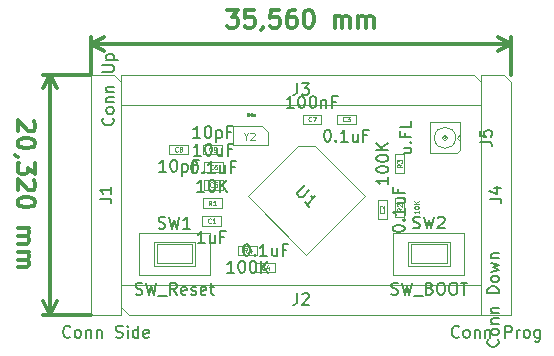
<source format=gbr>
G04 #@! TF.GenerationSoftware,KiCad,Pcbnew,5.0.0-rc2-unknown-a288d61~65~ubuntu18.04.1*
G04 #@! TF.CreationDate,2018-06-25T10:32:51+02:00*
G04 #@! TF.ProjectId,STM32_Sensor_V4,53544D33325F53656E736F725F56342E,rev?*
G04 #@! TF.SameCoordinates,Original*
G04 #@! TF.FileFunction,Other,Fab,Top*
%FSLAX46Y46*%
G04 Gerber Fmt 4.6, Leading zero omitted, Abs format (unit mm)*
G04 Created by KiCad (PCBNEW 5.0.0-rc2-unknown-a288d61~65~ubuntu18.04.1) date Mon Jun 25 10:32:51 2018*
%MOMM*%
%LPD*%
G01*
G04 APERTURE LIST*
%ADD10C,0.300000*%
%ADD11C,0.100000*%
%ADD12C,0.150000*%
%ADD13C,0.060000*%
%ADD14C,0.030000*%
%ADD15C,0.080000*%
G04 APERTURE END LIST*
D10*
X122018571Y-94365714D02*
X122090000Y-94437142D01*
X122161428Y-94580000D01*
X122161428Y-94937142D01*
X122090000Y-95080000D01*
X122018571Y-95151428D01*
X121875714Y-95222857D01*
X121732857Y-95222857D01*
X121518571Y-95151428D01*
X120661428Y-94294285D01*
X120661428Y-95222857D01*
X122161428Y-96151428D02*
X122161428Y-96294285D01*
X122090000Y-96437142D01*
X122018571Y-96508571D01*
X121875714Y-96580000D01*
X121590000Y-96651428D01*
X121232857Y-96651428D01*
X120947142Y-96580000D01*
X120804285Y-96508571D01*
X120732857Y-96437142D01*
X120661428Y-96294285D01*
X120661428Y-96151428D01*
X120732857Y-96008571D01*
X120804285Y-95937142D01*
X120947142Y-95865714D01*
X121232857Y-95794285D01*
X121590000Y-95794285D01*
X121875714Y-95865714D01*
X122018571Y-95937142D01*
X122090000Y-96008571D01*
X122161428Y-96151428D01*
X120732857Y-97365714D02*
X120661428Y-97365714D01*
X120518571Y-97294285D01*
X120447142Y-97222857D01*
X122161428Y-97865714D02*
X122161428Y-98794285D01*
X121590000Y-98294285D01*
X121590000Y-98508571D01*
X121518571Y-98651428D01*
X121447142Y-98722857D01*
X121304285Y-98794285D01*
X120947142Y-98794285D01*
X120804285Y-98722857D01*
X120732857Y-98651428D01*
X120661428Y-98508571D01*
X120661428Y-98080000D01*
X120732857Y-97937142D01*
X120804285Y-97865714D01*
X122018571Y-99365714D02*
X122090000Y-99437142D01*
X122161428Y-99580000D01*
X122161428Y-99937142D01*
X122090000Y-100080000D01*
X122018571Y-100151428D01*
X121875714Y-100222857D01*
X121732857Y-100222857D01*
X121518571Y-100151428D01*
X120661428Y-99294285D01*
X120661428Y-100222857D01*
X122161428Y-101151428D02*
X122161428Y-101294285D01*
X122090000Y-101437142D01*
X122018571Y-101508571D01*
X121875714Y-101580000D01*
X121590000Y-101651428D01*
X121232857Y-101651428D01*
X120947142Y-101580000D01*
X120804285Y-101508571D01*
X120732857Y-101437142D01*
X120661428Y-101294285D01*
X120661428Y-101151428D01*
X120732857Y-101008571D01*
X120804285Y-100937142D01*
X120947142Y-100865714D01*
X121232857Y-100794285D01*
X121590000Y-100794285D01*
X121875714Y-100865714D01*
X122018571Y-100937142D01*
X122090000Y-101008571D01*
X122161428Y-101151428D01*
X120661428Y-103437142D02*
X121661428Y-103437142D01*
X121518571Y-103437142D02*
X121590000Y-103508571D01*
X121661428Y-103651428D01*
X121661428Y-103865714D01*
X121590000Y-104008571D01*
X121447142Y-104080000D01*
X120661428Y-104080000D01*
X121447142Y-104080000D02*
X121590000Y-104151428D01*
X121661428Y-104294285D01*
X121661428Y-104508571D01*
X121590000Y-104651428D01*
X121447142Y-104722857D01*
X120661428Y-104722857D01*
X120661428Y-105437142D02*
X121661428Y-105437142D01*
X121518571Y-105437142D02*
X121590000Y-105508571D01*
X121661428Y-105651428D01*
X121661428Y-105865714D01*
X121590000Y-106008571D01*
X121447142Y-106080000D01*
X120661428Y-106080000D01*
X121447142Y-106080000D02*
X121590000Y-106151428D01*
X121661428Y-106294285D01*
X121661428Y-106508571D01*
X121590000Y-106651428D01*
X121447142Y-106722857D01*
X120661428Y-106722857D01*
X123440000Y-90420000D02*
X123440000Y-110740000D01*
X126890000Y-90420000D02*
X122853579Y-90420000D01*
X126890000Y-110740000D02*
X122853579Y-110740000D01*
X123440000Y-110740000D02*
X122853579Y-109613496D01*
X123440000Y-110740000D02*
X124026421Y-109613496D01*
X123440000Y-90420000D02*
X122853579Y-91546504D01*
X123440000Y-90420000D02*
X124026421Y-91546504D01*
X138384285Y-84928572D02*
X139312857Y-84928572D01*
X138812857Y-85500001D01*
X139027142Y-85500001D01*
X139170000Y-85571429D01*
X139241428Y-85642858D01*
X139312857Y-85785715D01*
X139312857Y-86142858D01*
X139241428Y-86285715D01*
X139170000Y-86357143D01*
X139027142Y-86428572D01*
X138598571Y-86428572D01*
X138455714Y-86357143D01*
X138384285Y-86285715D01*
X140670000Y-84928572D02*
X139955714Y-84928572D01*
X139884285Y-85642858D01*
X139955714Y-85571429D01*
X140098571Y-85500001D01*
X140455714Y-85500001D01*
X140598571Y-85571429D01*
X140670000Y-85642858D01*
X140741428Y-85785715D01*
X140741428Y-86142858D01*
X140670000Y-86285715D01*
X140598571Y-86357143D01*
X140455714Y-86428572D01*
X140098571Y-86428572D01*
X139955714Y-86357143D01*
X139884285Y-86285715D01*
X141455714Y-86357143D02*
X141455714Y-86428572D01*
X141384285Y-86571429D01*
X141312857Y-86642858D01*
X142812857Y-84928572D02*
X142098571Y-84928572D01*
X142027142Y-85642858D01*
X142098571Y-85571429D01*
X142241428Y-85500001D01*
X142598571Y-85500001D01*
X142741428Y-85571429D01*
X142812857Y-85642858D01*
X142884285Y-85785715D01*
X142884285Y-86142858D01*
X142812857Y-86285715D01*
X142741428Y-86357143D01*
X142598571Y-86428572D01*
X142241428Y-86428572D01*
X142098571Y-86357143D01*
X142027142Y-86285715D01*
X144170000Y-84928572D02*
X143884285Y-84928572D01*
X143741428Y-85000001D01*
X143670000Y-85071429D01*
X143527142Y-85285715D01*
X143455714Y-85571429D01*
X143455714Y-86142858D01*
X143527142Y-86285715D01*
X143598571Y-86357143D01*
X143741428Y-86428572D01*
X144027142Y-86428572D01*
X144170000Y-86357143D01*
X144241428Y-86285715D01*
X144312857Y-86142858D01*
X144312857Y-85785715D01*
X144241428Y-85642858D01*
X144170000Y-85571429D01*
X144027142Y-85500001D01*
X143741428Y-85500001D01*
X143598571Y-85571429D01*
X143527142Y-85642858D01*
X143455714Y-85785715D01*
X145241428Y-84928572D02*
X145384285Y-84928572D01*
X145527142Y-85000001D01*
X145598571Y-85071429D01*
X145670000Y-85214286D01*
X145741428Y-85500001D01*
X145741428Y-85857143D01*
X145670000Y-86142858D01*
X145598571Y-86285715D01*
X145527142Y-86357143D01*
X145384285Y-86428572D01*
X145241428Y-86428572D01*
X145098571Y-86357143D01*
X145027142Y-86285715D01*
X144955714Y-86142858D01*
X144884285Y-85857143D01*
X144884285Y-85500001D01*
X144955714Y-85214286D01*
X145027142Y-85071429D01*
X145098571Y-85000001D01*
X145241428Y-84928572D01*
X147527142Y-86428572D02*
X147527142Y-85428572D01*
X147527142Y-85571429D02*
X147598571Y-85500001D01*
X147741428Y-85428572D01*
X147955714Y-85428572D01*
X148098571Y-85500001D01*
X148170000Y-85642858D01*
X148170000Y-86428572D01*
X148170000Y-85642858D02*
X148241428Y-85500001D01*
X148384285Y-85428572D01*
X148598571Y-85428572D01*
X148741428Y-85500001D01*
X148812857Y-85642858D01*
X148812857Y-86428572D01*
X149527142Y-86428572D02*
X149527142Y-85428572D01*
X149527142Y-85571429D02*
X149598571Y-85500001D01*
X149741428Y-85428572D01*
X149955714Y-85428572D01*
X150098571Y-85500001D01*
X150170000Y-85642858D01*
X150170000Y-86428572D01*
X150170000Y-85642858D02*
X150241428Y-85500001D01*
X150384285Y-85428572D01*
X150598571Y-85428572D01*
X150741428Y-85500001D01*
X150812857Y-85642858D01*
X150812857Y-86428572D01*
X126890000Y-87850001D02*
X162450000Y-87850001D01*
X126890000Y-90420000D02*
X126890000Y-87263580D01*
X162450000Y-90420000D02*
X162450000Y-87263580D01*
X162450000Y-87850001D02*
X161323496Y-88436422D01*
X162450000Y-87850001D02*
X161323496Y-87263580D01*
X126890000Y-87850001D02*
X128016504Y-88436422D01*
X126890000Y-87850001D02*
X128016504Y-87263580D01*
D11*
G04 #@! TO.C,J1*
X126890000Y-110740000D02*
X126890000Y-90420000D01*
X129430000Y-110740000D02*
X126890000Y-110740000D01*
X129430000Y-91055000D02*
X129430000Y-110740000D01*
X128795000Y-90420000D02*
X129430000Y-91055000D01*
X126890000Y-90420000D02*
X128795000Y-90420000D01*
G04 #@! TO.C,J4*
X159910000Y-110740000D02*
X159910000Y-90420000D01*
X162450000Y-110740000D02*
X159910000Y-110740000D01*
X162450000Y-91055000D02*
X162450000Y-110740000D01*
X161815000Y-90420000D02*
X162450000Y-91055000D01*
X159910000Y-90420000D02*
X161815000Y-90420000D01*
G04 #@! TO.C,J2*
X129430000Y-110105000D02*
X129430000Y-108200000D01*
X129430000Y-108200000D02*
X159910000Y-108200000D01*
X159910000Y-108200000D02*
X159910000Y-110740000D01*
X159910000Y-110740000D02*
X130065000Y-110740000D01*
X130065000Y-110740000D02*
X129430000Y-110105000D01*
G04 #@! TO.C,J3*
X159910000Y-91055000D02*
X159910000Y-92960000D01*
X159910000Y-92960000D02*
X129430000Y-92960000D01*
X129430000Y-92960000D02*
X129430000Y-90420000D01*
X129430000Y-90420000D02*
X159275000Y-90420000D01*
X159275000Y-90420000D02*
X159910000Y-91055000D01*
G04 #@! TO.C,SW1*
X136940000Y-103800000D02*
X136940000Y-107400000D01*
X130940000Y-103800000D02*
X130940000Y-107400000D01*
X130940000Y-103800000D02*
X136940000Y-103800000D01*
X130940000Y-107400000D02*
X136940000Y-107400000D01*
X132440000Y-104800000D02*
X132440000Y-106400000D01*
X135440000Y-104800000D02*
X135440000Y-106400000D01*
X132440000Y-104800000D02*
X135440000Y-104800000D01*
X132440000Y-106400000D02*
X135440000Y-106400000D01*
X132190000Y-106600000D02*
X132190000Y-104600000D01*
X135690000Y-106600000D02*
X132190000Y-106600000D01*
X135690000Y-104600000D02*
X135690000Y-106600000D01*
X132190000Y-104600000D02*
X135690000Y-104600000D01*
G04 #@! TO.C,C1*
X136300000Y-103200000D02*
X136300000Y-102400000D01*
X136300000Y-102400000D02*
X137900000Y-102400000D01*
X137900000Y-102400000D02*
X137900000Y-103200000D01*
X137900000Y-103200000D02*
X136300000Y-103200000D01*
G04 #@! TO.C,C2*
X151950000Y-101050000D02*
X151950000Y-102650000D01*
X151150000Y-101050000D02*
X151950000Y-101050000D01*
X151150000Y-102650000D02*
X151150000Y-101050000D01*
X151950000Y-102650000D02*
X151150000Y-102650000D01*
G04 #@! TO.C,C3*
X147700000Y-94600000D02*
X147700000Y-93800000D01*
X147700000Y-93800000D02*
X149300000Y-93800000D01*
X149300000Y-93800000D02*
X149300000Y-94600000D01*
X149300000Y-94600000D02*
X147700000Y-94600000D01*
G04 #@! TO.C,C4*
X140850000Y-106350000D02*
X142450000Y-106350000D01*
X140850000Y-107150000D02*
X140850000Y-106350000D01*
X142450000Y-107150000D02*
X140850000Y-107150000D01*
X142450000Y-106350000D02*
X142450000Y-107150000D01*
G04 #@! TO.C,C5*
X138050000Y-99350000D02*
X138050000Y-100150000D01*
X138050000Y-100150000D02*
X136450000Y-100150000D01*
X136450000Y-100150000D02*
X136450000Y-99350000D01*
X136450000Y-99350000D02*
X138050000Y-99350000D01*
G04 #@! TO.C,C6*
X138050000Y-97850000D02*
X138050000Y-98650000D01*
X138050000Y-98650000D02*
X136450000Y-98650000D01*
X136450000Y-98650000D02*
X136450000Y-97850000D01*
X136450000Y-97850000D02*
X138050000Y-97850000D01*
G04 #@! TO.C,C7*
X144800000Y-93800000D02*
X146400000Y-93800000D01*
X144800000Y-94600000D02*
X144800000Y-93800000D01*
X146400000Y-94600000D02*
X144800000Y-94600000D01*
X146400000Y-93800000D02*
X146400000Y-94600000D01*
G04 #@! TO.C,C8*
X133500000Y-97150000D02*
X133500000Y-96350000D01*
X133500000Y-96350000D02*
X135100000Y-96350000D01*
X135100000Y-96350000D02*
X135100000Y-97150000D01*
X135100000Y-97150000D02*
X133500000Y-97150000D01*
G04 #@! TO.C,C9*
X136400000Y-96350000D02*
X138000000Y-96350000D01*
X136400000Y-97150000D02*
X136400000Y-96350000D01*
X138000000Y-97150000D02*
X136400000Y-97150000D01*
X138000000Y-96350000D02*
X138000000Y-97150000D01*
G04 #@! TO.C,R1*
X137950000Y-100900000D02*
X137950000Y-101700000D01*
X137950000Y-101700000D02*
X136350000Y-101700000D01*
X136350000Y-101700000D02*
X136350000Y-100900000D01*
X136350000Y-100900000D02*
X137950000Y-100900000D01*
G04 #@! TO.C,R2*
X153425000Y-100850000D02*
X153425000Y-102450000D01*
X152625000Y-100850000D02*
X153425000Y-100850000D01*
X152625000Y-102450000D02*
X152625000Y-100850000D01*
X153425000Y-102450000D02*
X152625000Y-102450000D01*
G04 #@! TO.C,R3*
X152625000Y-98750000D02*
X152625000Y-97150000D01*
X153425000Y-98750000D02*
X152625000Y-98750000D01*
X153425000Y-97150000D02*
X153425000Y-98750000D01*
X152625000Y-97150000D02*
X153425000Y-97150000D01*
G04 #@! TO.C,R4*
X139350000Y-105700000D02*
X139350000Y-104900000D01*
X139350000Y-104900000D02*
X140950000Y-104900000D01*
X140950000Y-104900000D02*
X140950000Y-105700000D01*
X140950000Y-105700000D02*
X139350000Y-105700000D01*
G04 #@! TO.C,U1*
X145832107Y-96482359D02*
X150074747Y-100725000D01*
X150074747Y-100725000D02*
X145125000Y-105674747D01*
X145125000Y-105674747D02*
X140175253Y-100725000D01*
X140175253Y-100725000D02*
X144417893Y-96482359D01*
X144417893Y-96482359D02*
X145832107Y-96482359D01*
G04 #@! TO.C,J5*
X157860000Y-95770000D02*
X158160000Y-95470000D01*
X158160000Y-96070000D02*
X157860000Y-95770000D01*
X156910000Y-95770000D02*
G75*
G03X156910000Y-95770000I-50000J0D01*
G01*
X156985000Y-95770000D02*
G75*
G03X156985000Y-95770000I-125000J0D01*
G01*
X157760000Y-95770000D02*
G75*
G03X157760000Y-95770000I-900000J0D01*
G01*
X155560000Y-97070000D02*
X155560000Y-94470000D01*
X155560000Y-97070000D02*
X157860000Y-97070000D01*
X157860000Y-97070000D02*
X158160000Y-96770000D01*
X155560000Y-94470000D02*
X158160000Y-94470000D01*
X158160000Y-96770000D02*
X158160000Y-94470000D01*
X157060000Y-95770000D02*
G75*
G03X157060000Y-95770000I-200000J0D01*
G01*
G04 #@! TO.C,SW2*
X153740000Y-104590000D02*
X157240000Y-104590000D01*
X157240000Y-104590000D02*
X157240000Y-106590000D01*
X157240000Y-106590000D02*
X153740000Y-106590000D01*
X153740000Y-106590000D02*
X153740000Y-104590000D01*
X153990000Y-106390000D02*
X156990000Y-106390000D01*
X153990000Y-104790000D02*
X156990000Y-104790000D01*
X156990000Y-104790000D02*
X156990000Y-106390000D01*
X153990000Y-104790000D02*
X153990000Y-106390000D01*
X152490000Y-107390000D02*
X158490000Y-107390000D01*
X152490000Y-103790000D02*
X158490000Y-103790000D01*
X152490000Y-103790000D02*
X152490000Y-107390000D01*
X158490000Y-103790000D02*
X158490000Y-107390000D01*
G04 #@! TO.C,Y2*
X138900000Y-94800000D02*
X138900000Y-96400000D01*
X138900000Y-96400000D02*
X141900000Y-96400000D01*
X141400000Y-94800000D02*
X141900000Y-95300000D01*
X141400000Y-94800000D02*
X138900000Y-94800000D01*
X141900000Y-95300000D02*
X141900000Y-96400000D01*
G04 #@! TD*
G04 #@! TO.C,J1*
D12*
X125136190Y-112597142D02*
X125088571Y-112644761D01*
X124945714Y-112692380D01*
X124850476Y-112692380D01*
X124707619Y-112644761D01*
X124612380Y-112549523D01*
X124564761Y-112454285D01*
X124517142Y-112263809D01*
X124517142Y-112120952D01*
X124564761Y-111930476D01*
X124612380Y-111835238D01*
X124707619Y-111740000D01*
X124850476Y-111692380D01*
X124945714Y-111692380D01*
X125088571Y-111740000D01*
X125136190Y-111787619D01*
X125707619Y-112692380D02*
X125612380Y-112644761D01*
X125564761Y-112597142D01*
X125517142Y-112501904D01*
X125517142Y-112216190D01*
X125564761Y-112120952D01*
X125612380Y-112073333D01*
X125707619Y-112025714D01*
X125850476Y-112025714D01*
X125945714Y-112073333D01*
X125993333Y-112120952D01*
X126040952Y-112216190D01*
X126040952Y-112501904D01*
X125993333Y-112597142D01*
X125945714Y-112644761D01*
X125850476Y-112692380D01*
X125707619Y-112692380D01*
X126469523Y-112025714D02*
X126469523Y-112692380D01*
X126469523Y-112120952D02*
X126517142Y-112073333D01*
X126612380Y-112025714D01*
X126755238Y-112025714D01*
X126850476Y-112073333D01*
X126898095Y-112168571D01*
X126898095Y-112692380D01*
X127374285Y-112025714D02*
X127374285Y-112692380D01*
X127374285Y-112120952D02*
X127421904Y-112073333D01*
X127517142Y-112025714D01*
X127660000Y-112025714D01*
X127755238Y-112073333D01*
X127802857Y-112168571D01*
X127802857Y-112692380D01*
X128993333Y-112644761D02*
X129136190Y-112692380D01*
X129374285Y-112692380D01*
X129469523Y-112644761D01*
X129517142Y-112597142D01*
X129564761Y-112501904D01*
X129564761Y-112406666D01*
X129517142Y-112311428D01*
X129469523Y-112263809D01*
X129374285Y-112216190D01*
X129183809Y-112168571D01*
X129088571Y-112120952D01*
X129040952Y-112073333D01*
X128993333Y-111978095D01*
X128993333Y-111882857D01*
X129040952Y-111787619D01*
X129088571Y-111740000D01*
X129183809Y-111692380D01*
X129421904Y-111692380D01*
X129564761Y-111740000D01*
X129993333Y-112692380D02*
X129993333Y-112025714D01*
X129993333Y-111692380D02*
X129945714Y-111740000D01*
X129993333Y-111787619D01*
X130040952Y-111740000D01*
X129993333Y-111692380D01*
X129993333Y-111787619D01*
X130898095Y-112692380D02*
X130898095Y-111692380D01*
X130898095Y-112644761D02*
X130802857Y-112692380D01*
X130612380Y-112692380D01*
X130517142Y-112644761D01*
X130469523Y-112597142D01*
X130421904Y-112501904D01*
X130421904Y-112216190D01*
X130469523Y-112120952D01*
X130517142Y-112073333D01*
X130612380Y-112025714D01*
X130802857Y-112025714D01*
X130898095Y-112073333D01*
X131755238Y-112644761D02*
X131660000Y-112692380D01*
X131469523Y-112692380D01*
X131374285Y-112644761D01*
X131326666Y-112549523D01*
X131326666Y-112168571D01*
X131374285Y-112073333D01*
X131469523Y-112025714D01*
X131660000Y-112025714D01*
X131755238Y-112073333D01*
X131802857Y-112168571D01*
X131802857Y-112263809D01*
X131326666Y-112359047D01*
X127612380Y-100913333D02*
X128326666Y-100913333D01*
X128469523Y-100960952D01*
X128564761Y-101056190D01*
X128612380Y-101199047D01*
X128612380Y-101294285D01*
X128612380Y-99913333D02*
X128612380Y-100484761D01*
X128612380Y-100199047D02*
X127612380Y-100199047D01*
X127755238Y-100294285D01*
X127850476Y-100389523D01*
X127898095Y-100484761D01*
G04 #@! TO.C,J4*
X158037142Y-112597142D02*
X157989523Y-112644761D01*
X157846666Y-112692380D01*
X157751428Y-112692380D01*
X157608571Y-112644761D01*
X157513333Y-112549523D01*
X157465714Y-112454285D01*
X157418095Y-112263809D01*
X157418095Y-112120952D01*
X157465714Y-111930476D01*
X157513333Y-111835238D01*
X157608571Y-111740000D01*
X157751428Y-111692380D01*
X157846666Y-111692380D01*
X157989523Y-111740000D01*
X158037142Y-111787619D01*
X158608571Y-112692380D02*
X158513333Y-112644761D01*
X158465714Y-112597142D01*
X158418095Y-112501904D01*
X158418095Y-112216190D01*
X158465714Y-112120952D01*
X158513333Y-112073333D01*
X158608571Y-112025714D01*
X158751428Y-112025714D01*
X158846666Y-112073333D01*
X158894285Y-112120952D01*
X158941904Y-112216190D01*
X158941904Y-112501904D01*
X158894285Y-112597142D01*
X158846666Y-112644761D01*
X158751428Y-112692380D01*
X158608571Y-112692380D01*
X159370476Y-112025714D02*
X159370476Y-112692380D01*
X159370476Y-112120952D02*
X159418095Y-112073333D01*
X159513333Y-112025714D01*
X159656190Y-112025714D01*
X159751428Y-112073333D01*
X159799047Y-112168571D01*
X159799047Y-112692380D01*
X160275238Y-112025714D02*
X160275238Y-112692380D01*
X160275238Y-112120952D02*
X160322857Y-112073333D01*
X160418095Y-112025714D01*
X160560952Y-112025714D01*
X160656190Y-112073333D01*
X160703809Y-112168571D01*
X160703809Y-112692380D01*
X161941904Y-112692380D02*
X161941904Y-111692380D01*
X162322857Y-111692380D01*
X162418095Y-111740000D01*
X162465714Y-111787619D01*
X162513333Y-111882857D01*
X162513333Y-112025714D01*
X162465714Y-112120952D01*
X162418095Y-112168571D01*
X162322857Y-112216190D01*
X161941904Y-112216190D01*
X162941904Y-112692380D02*
X162941904Y-112025714D01*
X162941904Y-112216190D02*
X162989523Y-112120952D01*
X163037142Y-112073333D01*
X163132380Y-112025714D01*
X163227619Y-112025714D01*
X163703809Y-112692380D02*
X163608571Y-112644761D01*
X163560952Y-112597142D01*
X163513333Y-112501904D01*
X163513333Y-112216190D01*
X163560952Y-112120952D01*
X163608571Y-112073333D01*
X163703809Y-112025714D01*
X163846666Y-112025714D01*
X163941904Y-112073333D01*
X163989523Y-112120952D01*
X164037142Y-112216190D01*
X164037142Y-112501904D01*
X163989523Y-112597142D01*
X163941904Y-112644761D01*
X163846666Y-112692380D01*
X163703809Y-112692380D01*
X164894285Y-112025714D02*
X164894285Y-112835238D01*
X164846666Y-112930476D01*
X164799047Y-112978095D01*
X164703809Y-113025714D01*
X164560952Y-113025714D01*
X164465714Y-112978095D01*
X164894285Y-112644761D02*
X164799047Y-112692380D01*
X164608571Y-112692380D01*
X164513333Y-112644761D01*
X164465714Y-112597142D01*
X164418095Y-112501904D01*
X164418095Y-112216190D01*
X164465714Y-112120952D01*
X164513333Y-112073333D01*
X164608571Y-112025714D01*
X164799047Y-112025714D01*
X164894285Y-112073333D01*
X160632380Y-100913333D02*
X161346666Y-100913333D01*
X161489523Y-100960952D01*
X161584761Y-101056190D01*
X161632380Y-101199047D01*
X161632380Y-101294285D01*
X160965714Y-100008571D02*
X161632380Y-100008571D01*
X160584761Y-100246666D02*
X161299047Y-100484761D01*
X161299047Y-99865714D01*
G04 #@! TO.C,J2*
X161327142Y-112827142D02*
X161374761Y-112874761D01*
X161422380Y-113017619D01*
X161422380Y-113112857D01*
X161374761Y-113255714D01*
X161279523Y-113350952D01*
X161184285Y-113398571D01*
X160993809Y-113446190D01*
X160850952Y-113446190D01*
X160660476Y-113398571D01*
X160565238Y-113350952D01*
X160470000Y-113255714D01*
X160422380Y-113112857D01*
X160422380Y-113017619D01*
X160470000Y-112874761D01*
X160517619Y-112827142D01*
X161422380Y-112255714D02*
X161374761Y-112350952D01*
X161327142Y-112398571D01*
X161231904Y-112446190D01*
X160946190Y-112446190D01*
X160850952Y-112398571D01*
X160803333Y-112350952D01*
X160755714Y-112255714D01*
X160755714Y-112112857D01*
X160803333Y-112017619D01*
X160850952Y-111970000D01*
X160946190Y-111922380D01*
X161231904Y-111922380D01*
X161327142Y-111970000D01*
X161374761Y-112017619D01*
X161422380Y-112112857D01*
X161422380Y-112255714D01*
X160755714Y-111493809D02*
X161422380Y-111493809D01*
X160850952Y-111493809D02*
X160803333Y-111446190D01*
X160755714Y-111350952D01*
X160755714Y-111208095D01*
X160803333Y-111112857D01*
X160898571Y-111065238D01*
X161422380Y-111065238D01*
X160755714Y-110589047D02*
X161422380Y-110589047D01*
X160850952Y-110589047D02*
X160803333Y-110541428D01*
X160755714Y-110446190D01*
X160755714Y-110303333D01*
X160803333Y-110208095D01*
X160898571Y-110160476D01*
X161422380Y-110160476D01*
X161422380Y-108922380D02*
X160422380Y-108922380D01*
X160422380Y-108684285D01*
X160470000Y-108541428D01*
X160565238Y-108446190D01*
X160660476Y-108398571D01*
X160850952Y-108350952D01*
X160993809Y-108350952D01*
X161184285Y-108398571D01*
X161279523Y-108446190D01*
X161374761Y-108541428D01*
X161422380Y-108684285D01*
X161422380Y-108922380D01*
X161422380Y-107779523D02*
X161374761Y-107874761D01*
X161327142Y-107922380D01*
X161231904Y-107970000D01*
X160946190Y-107970000D01*
X160850952Y-107922380D01*
X160803333Y-107874761D01*
X160755714Y-107779523D01*
X160755714Y-107636666D01*
X160803333Y-107541428D01*
X160850952Y-107493809D01*
X160946190Y-107446190D01*
X161231904Y-107446190D01*
X161327142Y-107493809D01*
X161374761Y-107541428D01*
X161422380Y-107636666D01*
X161422380Y-107779523D01*
X160755714Y-107112857D02*
X161422380Y-106922380D01*
X160946190Y-106731904D01*
X161422380Y-106541428D01*
X160755714Y-106350952D01*
X160755714Y-105970000D02*
X161422380Y-105970000D01*
X160850952Y-105970000D02*
X160803333Y-105922380D01*
X160755714Y-105827142D01*
X160755714Y-105684285D01*
X160803333Y-105589047D01*
X160898571Y-105541428D01*
X161422380Y-105541428D01*
X144336666Y-108922380D02*
X144336666Y-109636666D01*
X144289047Y-109779523D01*
X144193809Y-109874761D01*
X144050952Y-109922380D01*
X143955714Y-109922380D01*
X144765238Y-109017619D02*
X144812857Y-108970000D01*
X144908095Y-108922380D01*
X145146190Y-108922380D01*
X145241428Y-108970000D01*
X145289047Y-109017619D01*
X145336666Y-109112857D01*
X145336666Y-109208095D01*
X145289047Y-109350952D01*
X144717619Y-109922380D01*
X145336666Y-109922380D01*
G04 #@! TO.C,J3*
X128727142Y-94094761D02*
X128774761Y-94142380D01*
X128822380Y-94285238D01*
X128822380Y-94380476D01*
X128774761Y-94523333D01*
X128679523Y-94618571D01*
X128584285Y-94666190D01*
X128393809Y-94713809D01*
X128250952Y-94713809D01*
X128060476Y-94666190D01*
X127965238Y-94618571D01*
X127870000Y-94523333D01*
X127822380Y-94380476D01*
X127822380Y-94285238D01*
X127870000Y-94142380D01*
X127917619Y-94094761D01*
X128822380Y-93523333D02*
X128774761Y-93618571D01*
X128727142Y-93666190D01*
X128631904Y-93713809D01*
X128346190Y-93713809D01*
X128250952Y-93666190D01*
X128203333Y-93618571D01*
X128155714Y-93523333D01*
X128155714Y-93380476D01*
X128203333Y-93285238D01*
X128250952Y-93237619D01*
X128346190Y-93190000D01*
X128631904Y-93190000D01*
X128727142Y-93237619D01*
X128774761Y-93285238D01*
X128822380Y-93380476D01*
X128822380Y-93523333D01*
X128155714Y-92761428D02*
X128822380Y-92761428D01*
X128250952Y-92761428D02*
X128203333Y-92713809D01*
X128155714Y-92618571D01*
X128155714Y-92475714D01*
X128203333Y-92380476D01*
X128298571Y-92332857D01*
X128822380Y-92332857D01*
X128155714Y-91856666D02*
X128822380Y-91856666D01*
X128250952Y-91856666D02*
X128203333Y-91809047D01*
X128155714Y-91713809D01*
X128155714Y-91570952D01*
X128203333Y-91475714D01*
X128298571Y-91428095D01*
X128822380Y-91428095D01*
X127822380Y-90190000D02*
X128631904Y-90190000D01*
X128727142Y-90142380D01*
X128774761Y-90094761D01*
X128822380Y-89999523D01*
X128822380Y-89809047D01*
X128774761Y-89713809D01*
X128727142Y-89666190D01*
X128631904Y-89618571D01*
X127822380Y-89618571D01*
X128155714Y-89142380D02*
X129155714Y-89142380D01*
X128203333Y-89142380D02*
X128155714Y-89047142D01*
X128155714Y-88856666D01*
X128203333Y-88761428D01*
X128250952Y-88713809D01*
X128346190Y-88666190D01*
X128631904Y-88666190D01*
X128727142Y-88713809D01*
X128774761Y-88761428D01*
X128822380Y-88856666D01*
X128822380Y-89047142D01*
X128774761Y-89142380D01*
X144336666Y-91142380D02*
X144336666Y-91856666D01*
X144289047Y-91999523D01*
X144193809Y-92094761D01*
X144050952Y-92142380D01*
X143955714Y-92142380D01*
X144717619Y-91142380D02*
X145336666Y-91142380D01*
X145003333Y-91523333D01*
X145146190Y-91523333D01*
X145241428Y-91570952D01*
X145289047Y-91618571D01*
X145336666Y-91713809D01*
X145336666Y-91951904D01*
X145289047Y-92047142D01*
X145241428Y-92094761D01*
X145146190Y-92142380D01*
X144860476Y-92142380D01*
X144765238Y-92094761D01*
X144717619Y-92047142D01*
G04 #@! TO.C,SW1*
X130654285Y-109004761D02*
X130797142Y-109052380D01*
X131035238Y-109052380D01*
X131130476Y-109004761D01*
X131178095Y-108957142D01*
X131225714Y-108861904D01*
X131225714Y-108766666D01*
X131178095Y-108671428D01*
X131130476Y-108623809D01*
X131035238Y-108576190D01*
X130844761Y-108528571D01*
X130749523Y-108480952D01*
X130701904Y-108433333D01*
X130654285Y-108338095D01*
X130654285Y-108242857D01*
X130701904Y-108147619D01*
X130749523Y-108100000D01*
X130844761Y-108052380D01*
X131082857Y-108052380D01*
X131225714Y-108100000D01*
X131559047Y-108052380D02*
X131797142Y-109052380D01*
X131987619Y-108338095D01*
X132178095Y-109052380D01*
X132416190Y-108052380D01*
X132559047Y-109147619D02*
X133320952Y-109147619D01*
X134130476Y-109052380D02*
X133797142Y-108576190D01*
X133559047Y-109052380D02*
X133559047Y-108052380D01*
X133940000Y-108052380D01*
X134035238Y-108100000D01*
X134082857Y-108147619D01*
X134130476Y-108242857D01*
X134130476Y-108385714D01*
X134082857Y-108480952D01*
X134035238Y-108528571D01*
X133940000Y-108576190D01*
X133559047Y-108576190D01*
X134940000Y-109004761D02*
X134844761Y-109052380D01*
X134654285Y-109052380D01*
X134559047Y-109004761D01*
X134511428Y-108909523D01*
X134511428Y-108528571D01*
X134559047Y-108433333D01*
X134654285Y-108385714D01*
X134844761Y-108385714D01*
X134940000Y-108433333D01*
X134987619Y-108528571D01*
X134987619Y-108623809D01*
X134511428Y-108719047D01*
X135368571Y-109004761D02*
X135463809Y-109052380D01*
X135654285Y-109052380D01*
X135749523Y-109004761D01*
X135797142Y-108909523D01*
X135797142Y-108861904D01*
X135749523Y-108766666D01*
X135654285Y-108719047D01*
X135511428Y-108719047D01*
X135416190Y-108671428D01*
X135368571Y-108576190D01*
X135368571Y-108528571D01*
X135416190Y-108433333D01*
X135511428Y-108385714D01*
X135654285Y-108385714D01*
X135749523Y-108433333D01*
X136606666Y-109004761D02*
X136511428Y-109052380D01*
X136320952Y-109052380D01*
X136225714Y-109004761D01*
X136178095Y-108909523D01*
X136178095Y-108528571D01*
X136225714Y-108433333D01*
X136320952Y-108385714D01*
X136511428Y-108385714D01*
X136606666Y-108433333D01*
X136654285Y-108528571D01*
X136654285Y-108623809D01*
X136178095Y-108719047D01*
X136940000Y-108385714D02*
X137320952Y-108385714D01*
X137082857Y-108052380D02*
X137082857Y-108909523D01*
X137130476Y-109004761D01*
X137225714Y-109052380D01*
X137320952Y-109052380D01*
X132606666Y-103404761D02*
X132749523Y-103452380D01*
X132987619Y-103452380D01*
X133082857Y-103404761D01*
X133130476Y-103357142D01*
X133178095Y-103261904D01*
X133178095Y-103166666D01*
X133130476Y-103071428D01*
X133082857Y-103023809D01*
X132987619Y-102976190D01*
X132797142Y-102928571D01*
X132701904Y-102880952D01*
X132654285Y-102833333D01*
X132606666Y-102738095D01*
X132606666Y-102642857D01*
X132654285Y-102547619D01*
X132701904Y-102500000D01*
X132797142Y-102452380D01*
X133035238Y-102452380D01*
X133178095Y-102500000D01*
X133511428Y-102452380D02*
X133749523Y-103452380D01*
X133940000Y-102738095D01*
X134130476Y-103452380D01*
X134368571Y-102452380D01*
X135273333Y-103452380D02*
X134701904Y-103452380D01*
X134987619Y-103452380D02*
X134987619Y-102452380D01*
X134892380Y-102595238D01*
X134797142Y-102690476D01*
X134701904Y-102738095D01*
G04 #@! TO.C,C1*
X136504761Y-104682380D02*
X135933333Y-104682380D01*
X136219047Y-104682380D02*
X136219047Y-103682380D01*
X136123809Y-103825238D01*
X136028571Y-103920476D01*
X135933333Y-103968095D01*
X137361904Y-104015714D02*
X137361904Y-104682380D01*
X136933333Y-104015714D02*
X136933333Y-104539523D01*
X136980952Y-104634761D01*
X137076190Y-104682380D01*
X137219047Y-104682380D01*
X137314285Y-104634761D01*
X137361904Y-104587142D01*
X138171428Y-104158571D02*
X137838095Y-104158571D01*
X137838095Y-104682380D02*
X137838095Y-103682380D01*
X138314285Y-103682380D01*
D13*
X137033333Y-102942857D02*
X137014285Y-102961904D01*
X136957142Y-102980952D01*
X136919047Y-102980952D01*
X136861904Y-102961904D01*
X136823809Y-102923809D01*
X136804761Y-102885714D01*
X136785714Y-102809523D01*
X136785714Y-102752380D01*
X136804761Y-102676190D01*
X136823809Y-102638095D01*
X136861904Y-102600000D01*
X136919047Y-102580952D01*
X136957142Y-102580952D01*
X137014285Y-102600000D01*
X137033333Y-102619047D01*
X137414285Y-102980952D02*
X137185714Y-102980952D01*
X137300000Y-102980952D02*
X137300000Y-102580952D01*
X137261904Y-102638095D01*
X137223809Y-102676190D01*
X137185714Y-102695238D01*
G04 #@! TO.C,C2*
D12*
X152432380Y-103492857D02*
X152432380Y-103397619D01*
X152480000Y-103302380D01*
X152527619Y-103254761D01*
X152622857Y-103207142D01*
X152813333Y-103159523D01*
X153051428Y-103159523D01*
X153241904Y-103207142D01*
X153337142Y-103254761D01*
X153384761Y-103302380D01*
X153432380Y-103397619D01*
X153432380Y-103492857D01*
X153384761Y-103588095D01*
X153337142Y-103635714D01*
X153241904Y-103683333D01*
X153051428Y-103730952D01*
X152813333Y-103730952D01*
X152622857Y-103683333D01*
X152527619Y-103635714D01*
X152480000Y-103588095D01*
X152432380Y-103492857D01*
X153337142Y-102730952D02*
X153384761Y-102683333D01*
X153432380Y-102730952D01*
X153384761Y-102778571D01*
X153337142Y-102730952D01*
X153432380Y-102730952D01*
X153432380Y-101730952D02*
X153432380Y-102302380D01*
X153432380Y-102016666D02*
X152432380Y-102016666D01*
X152575238Y-102111904D01*
X152670476Y-102207142D01*
X152718095Y-102302380D01*
X152765714Y-100873809D02*
X153432380Y-100873809D01*
X152765714Y-101302380D02*
X153289523Y-101302380D01*
X153384761Y-101254761D01*
X153432380Y-101159523D01*
X153432380Y-101016666D01*
X153384761Y-100921428D01*
X153337142Y-100873809D01*
X152908571Y-100064285D02*
X152908571Y-100397619D01*
X153432380Y-100397619D02*
X152432380Y-100397619D01*
X152432380Y-99921428D01*
D13*
X151692857Y-101916666D02*
X151711904Y-101935714D01*
X151730952Y-101992857D01*
X151730952Y-102030952D01*
X151711904Y-102088095D01*
X151673809Y-102126190D01*
X151635714Y-102145238D01*
X151559523Y-102164285D01*
X151502380Y-102164285D01*
X151426190Y-102145238D01*
X151388095Y-102126190D01*
X151350000Y-102088095D01*
X151330952Y-102030952D01*
X151330952Y-101992857D01*
X151350000Y-101935714D01*
X151369047Y-101916666D01*
X151369047Y-101764285D02*
X151350000Y-101745238D01*
X151330952Y-101707142D01*
X151330952Y-101611904D01*
X151350000Y-101573809D01*
X151369047Y-101554761D01*
X151407142Y-101535714D01*
X151445238Y-101535714D01*
X151502380Y-101554761D01*
X151730952Y-101783333D01*
X151730952Y-101535714D01*
G04 #@! TO.C,C3*
D12*
X146857142Y-95082380D02*
X146952380Y-95082380D01*
X147047619Y-95130000D01*
X147095238Y-95177619D01*
X147142857Y-95272857D01*
X147190476Y-95463333D01*
X147190476Y-95701428D01*
X147142857Y-95891904D01*
X147095238Y-95987142D01*
X147047619Y-96034761D01*
X146952380Y-96082380D01*
X146857142Y-96082380D01*
X146761904Y-96034761D01*
X146714285Y-95987142D01*
X146666666Y-95891904D01*
X146619047Y-95701428D01*
X146619047Y-95463333D01*
X146666666Y-95272857D01*
X146714285Y-95177619D01*
X146761904Y-95130000D01*
X146857142Y-95082380D01*
X147619047Y-95987142D02*
X147666666Y-96034761D01*
X147619047Y-96082380D01*
X147571428Y-96034761D01*
X147619047Y-95987142D01*
X147619047Y-96082380D01*
X148619047Y-96082380D02*
X148047619Y-96082380D01*
X148333333Y-96082380D02*
X148333333Y-95082380D01*
X148238095Y-95225238D01*
X148142857Y-95320476D01*
X148047619Y-95368095D01*
X149476190Y-95415714D02*
X149476190Y-96082380D01*
X149047619Y-95415714D02*
X149047619Y-95939523D01*
X149095238Y-96034761D01*
X149190476Y-96082380D01*
X149333333Y-96082380D01*
X149428571Y-96034761D01*
X149476190Y-95987142D01*
X150285714Y-95558571D02*
X149952380Y-95558571D01*
X149952380Y-96082380D02*
X149952380Y-95082380D01*
X150428571Y-95082380D01*
D13*
X148433333Y-94342857D02*
X148414285Y-94361904D01*
X148357142Y-94380952D01*
X148319047Y-94380952D01*
X148261904Y-94361904D01*
X148223809Y-94323809D01*
X148204761Y-94285714D01*
X148185714Y-94209523D01*
X148185714Y-94152380D01*
X148204761Y-94076190D01*
X148223809Y-94038095D01*
X148261904Y-94000000D01*
X148319047Y-93980952D01*
X148357142Y-93980952D01*
X148414285Y-94000000D01*
X148433333Y-94019047D01*
X148566666Y-93980952D02*
X148814285Y-93980952D01*
X148680952Y-94133333D01*
X148738095Y-94133333D01*
X148776190Y-94152380D01*
X148795238Y-94171428D01*
X148814285Y-94209523D01*
X148814285Y-94304761D01*
X148795238Y-94342857D01*
X148776190Y-94361904D01*
X148738095Y-94380952D01*
X148623809Y-94380952D01*
X148585714Y-94361904D01*
X148566666Y-94342857D01*
G04 #@! TO.C,C4*
D12*
X140007142Y-104772380D02*
X140102380Y-104772380D01*
X140197619Y-104820000D01*
X140245238Y-104867619D01*
X140292857Y-104962857D01*
X140340476Y-105153333D01*
X140340476Y-105391428D01*
X140292857Y-105581904D01*
X140245238Y-105677142D01*
X140197619Y-105724761D01*
X140102380Y-105772380D01*
X140007142Y-105772380D01*
X139911904Y-105724761D01*
X139864285Y-105677142D01*
X139816666Y-105581904D01*
X139769047Y-105391428D01*
X139769047Y-105153333D01*
X139816666Y-104962857D01*
X139864285Y-104867619D01*
X139911904Y-104820000D01*
X140007142Y-104772380D01*
X140769047Y-105677142D02*
X140816666Y-105724761D01*
X140769047Y-105772380D01*
X140721428Y-105724761D01*
X140769047Y-105677142D01*
X140769047Y-105772380D01*
X141769047Y-105772380D02*
X141197619Y-105772380D01*
X141483333Y-105772380D02*
X141483333Y-104772380D01*
X141388095Y-104915238D01*
X141292857Y-105010476D01*
X141197619Y-105058095D01*
X142626190Y-105105714D02*
X142626190Y-105772380D01*
X142197619Y-105105714D02*
X142197619Y-105629523D01*
X142245238Y-105724761D01*
X142340476Y-105772380D01*
X142483333Y-105772380D01*
X142578571Y-105724761D01*
X142626190Y-105677142D01*
X143435714Y-105248571D02*
X143102380Y-105248571D01*
X143102380Y-105772380D02*
X143102380Y-104772380D01*
X143578571Y-104772380D01*
D13*
X141583333Y-106892857D02*
X141564285Y-106911904D01*
X141507142Y-106930952D01*
X141469047Y-106930952D01*
X141411904Y-106911904D01*
X141373809Y-106873809D01*
X141354761Y-106835714D01*
X141335714Y-106759523D01*
X141335714Y-106702380D01*
X141354761Y-106626190D01*
X141373809Y-106588095D01*
X141411904Y-106550000D01*
X141469047Y-106530952D01*
X141507142Y-106530952D01*
X141564285Y-106550000D01*
X141583333Y-106569047D01*
X141926190Y-106664285D02*
X141926190Y-106930952D01*
X141830952Y-106511904D02*
X141735714Y-106797619D01*
X141983333Y-106797619D01*
G04 #@! TO.C,C5*
D12*
X135607142Y-97772380D02*
X135702380Y-97772380D01*
X135797619Y-97820000D01*
X135845238Y-97867619D01*
X135892857Y-97962857D01*
X135940476Y-98153333D01*
X135940476Y-98391428D01*
X135892857Y-98581904D01*
X135845238Y-98677142D01*
X135797619Y-98724761D01*
X135702380Y-98772380D01*
X135607142Y-98772380D01*
X135511904Y-98724761D01*
X135464285Y-98677142D01*
X135416666Y-98581904D01*
X135369047Y-98391428D01*
X135369047Y-98153333D01*
X135416666Y-97962857D01*
X135464285Y-97867619D01*
X135511904Y-97820000D01*
X135607142Y-97772380D01*
X136369047Y-98677142D02*
X136416666Y-98724761D01*
X136369047Y-98772380D01*
X136321428Y-98724761D01*
X136369047Y-98677142D01*
X136369047Y-98772380D01*
X137369047Y-98772380D02*
X136797619Y-98772380D01*
X137083333Y-98772380D02*
X137083333Y-97772380D01*
X136988095Y-97915238D01*
X136892857Y-98010476D01*
X136797619Y-98058095D01*
X138226190Y-98105714D02*
X138226190Y-98772380D01*
X137797619Y-98105714D02*
X137797619Y-98629523D01*
X137845238Y-98724761D01*
X137940476Y-98772380D01*
X138083333Y-98772380D01*
X138178571Y-98724761D01*
X138226190Y-98677142D01*
X139035714Y-98248571D02*
X138702380Y-98248571D01*
X138702380Y-98772380D02*
X138702380Y-97772380D01*
X139178571Y-97772380D01*
D13*
X137183333Y-99892857D02*
X137164285Y-99911904D01*
X137107142Y-99930952D01*
X137069047Y-99930952D01*
X137011904Y-99911904D01*
X136973809Y-99873809D01*
X136954761Y-99835714D01*
X136935714Y-99759523D01*
X136935714Y-99702380D01*
X136954761Y-99626190D01*
X136973809Y-99588095D01*
X137011904Y-99550000D01*
X137069047Y-99530952D01*
X137107142Y-99530952D01*
X137164285Y-99550000D01*
X137183333Y-99569047D01*
X137545238Y-99530952D02*
X137354761Y-99530952D01*
X137335714Y-99721428D01*
X137354761Y-99702380D01*
X137392857Y-99683333D01*
X137488095Y-99683333D01*
X137526190Y-99702380D01*
X137545238Y-99721428D01*
X137564285Y-99759523D01*
X137564285Y-99854761D01*
X137545238Y-99892857D01*
X137526190Y-99911904D01*
X137488095Y-99930952D01*
X137392857Y-99930952D01*
X137354761Y-99911904D01*
X137335714Y-99892857D01*
G04 #@! TO.C,C6*
D12*
X136178571Y-97272380D02*
X135607142Y-97272380D01*
X135892857Y-97272380D02*
X135892857Y-96272380D01*
X135797619Y-96415238D01*
X135702380Y-96510476D01*
X135607142Y-96558095D01*
X136797619Y-96272380D02*
X136892857Y-96272380D01*
X136988095Y-96320000D01*
X137035714Y-96367619D01*
X137083333Y-96462857D01*
X137130952Y-96653333D01*
X137130952Y-96891428D01*
X137083333Y-97081904D01*
X137035714Y-97177142D01*
X136988095Y-97224761D01*
X136892857Y-97272380D01*
X136797619Y-97272380D01*
X136702380Y-97224761D01*
X136654761Y-97177142D01*
X136607142Y-97081904D01*
X136559523Y-96891428D01*
X136559523Y-96653333D01*
X136607142Y-96462857D01*
X136654761Y-96367619D01*
X136702380Y-96320000D01*
X136797619Y-96272380D01*
X137988095Y-96605714D02*
X137988095Y-97272380D01*
X137559523Y-96605714D02*
X137559523Y-97129523D01*
X137607142Y-97224761D01*
X137702380Y-97272380D01*
X137845238Y-97272380D01*
X137940476Y-97224761D01*
X137988095Y-97177142D01*
X138797619Y-96748571D02*
X138464285Y-96748571D01*
X138464285Y-97272380D02*
X138464285Y-96272380D01*
X138940476Y-96272380D01*
D13*
X137183333Y-98392857D02*
X137164285Y-98411904D01*
X137107142Y-98430952D01*
X137069047Y-98430952D01*
X137011904Y-98411904D01*
X136973809Y-98373809D01*
X136954761Y-98335714D01*
X136935714Y-98259523D01*
X136935714Y-98202380D01*
X136954761Y-98126190D01*
X136973809Y-98088095D01*
X137011904Y-98050000D01*
X137069047Y-98030952D01*
X137107142Y-98030952D01*
X137164285Y-98050000D01*
X137183333Y-98069047D01*
X137526190Y-98030952D02*
X137450000Y-98030952D01*
X137411904Y-98050000D01*
X137392857Y-98069047D01*
X137354761Y-98126190D01*
X137335714Y-98202380D01*
X137335714Y-98354761D01*
X137354761Y-98392857D01*
X137373809Y-98411904D01*
X137411904Y-98430952D01*
X137488095Y-98430952D01*
X137526190Y-98411904D01*
X137545238Y-98392857D01*
X137564285Y-98354761D01*
X137564285Y-98259523D01*
X137545238Y-98221428D01*
X137526190Y-98202380D01*
X137488095Y-98183333D01*
X137411904Y-98183333D01*
X137373809Y-98202380D01*
X137354761Y-98221428D01*
X137335714Y-98259523D01*
G04 #@! TO.C,C7*
D12*
X144052380Y-93222380D02*
X143480952Y-93222380D01*
X143766666Y-93222380D02*
X143766666Y-92222380D01*
X143671428Y-92365238D01*
X143576190Y-92460476D01*
X143480952Y-92508095D01*
X144671428Y-92222380D02*
X144766666Y-92222380D01*
X144861904Y-92270000D01*
X144909523Y-92317619D01*
X144957142Y-92412857D01*
X145004761Y-92603333D01*
X145004761Y-92841428D01*
X144957142Y-93031904D01*
X144909523Y-93127142D01*
X144861904Y-93174761D01*
X144766666Y-93222380D01*
X144671428Y-93222380D01*
X144576190Y-93174761D01*
X144528571Y-93127142D01*
X144480952Y-93031904D01*
X144433333Y-92841428D01*
X144433333Y-92603333D01*
X144480952Y-92412857D01*
X144528571Y-92317619D01*
X144576190Y-92270000D01*
X144671428Y-92222380D01*
X145623809Y-92222380D02*
X145719047Y-92222380D01*
X145814285Y-92270000D01*
X145861904Y-92317619D01*
X145909523Y-92412857D01*
X145957142Y-92603333D01*
X145957142Y-92841428D01*
X145909523Y-93031904D01*
X145861904Y-93127142D01*
X145814285Y-93174761D01*
X145719047Y-93222380D01*
X145623809Y-93222380D01*
X145528571Y-93174761D01*
X145480952Y-93127142D01*
X145433333Y-93031904D01*
X145385714Y-92841428D01*
X145385714Y-92603333D01*
X145433333Y-92412857D01*
X145480952Y-92317619D01*
X145528571Y-92270000D01*
X145623809Y-92222380D01*
X146385714Y-92555714D02*
X146385714Y-93222380D01*
X146385714Y-92650952D02*
X146433333Y-92603333D01*
X146528571Y-92555714D01*
X146671428Y-92555714D01*
X146766666Y-92603333D01*
X146814285Y-92698571D01*
X146814285Y-93222380D01*
X147623809Y-92698571D02*
X147290476Y-92698571D01*
X147290476Y-93222380D02*
X147290476Y-92222380D01*
X147766666Y-92222380D01*
D13*
X145533333Y-94342857D02*
X145514285Y-94361904D01*
X145457142Y-94380952D01*
X145419047Y-94380952D01*
X145361904Y-94361904D01*
X145323809Y-94323809D01*
X145304761Y-94285714D01*
X145285714Y-94209523D01*
X145285714Y-94152380D01*
X145304761Y-94076190D01*
X145323809Y-94038095D01*
X145361904Y-94000000D01*
X145419047Y-93980952D01*
X145457142Y-93980952D01*
X145514285Y-94000000D01*
X145533333Y-94019047D01*
X145666666Y-93980952D02*
X145933333Y-93980952D01*
X145761904Y-94380952D01*
G04 #@! TO.C,C8*
D12*
X133228571Y-98632380D02*
X132657142Y-98632380D01*
X132942857Y-98632380D02*
X132942857Y-97632380D01*
X132847619Y-97775238D01*
X132752380Y-97870476D01*
X132657142Y-97918095D01*
X133847619Y-97632380D02*
X133942857Y-97632380D01*
X134038095Y-97680000D01*
X134085714Y-97727619D01*
X134133333Y-97822857D01*
X134180952Y-98013333D01*
X134180952Y-98251428D01*
X134133333Y-98441904D01*
X134085714Y-98537142D01*
X134038095Y-98584761D01*
X133942857Y-98632380D01*
X133847619Y-98632380D01*
X133752380Y-98584761D01*
X133704761Y-98537142D01*
X133657142Y-98441904D01*
X133609523Y-98251428D01*
X133609523Y-98013333D01*
X133657142Y-97822857D01*
X133704761Y-97727619D01*
X133752380Y-97680000D01*
X133847619Y-97632380D01*
X134609523Y-97965714D02*
X134609523Y-98965714D01*
X134609523Y-98013333D02*
X134704761Y-97965714D01*
X134895238Y-97965714D01*
X134990476Y-98013333D01*
X135038095Y-98060952D01*
X135085714Y-98156190D01*
X135085714Y-98441904D01*
X135038095Y-98537142D01*
X134990476Y-98584761D01*
X134895238Y-98632380D01*
X134704761Y-98632380D01*
X134609523Y-98584761D01*
X135847619Y-98108571D02*
X135514285Y-98108571D01*
X135514285Y-98632380D02*
X135514285Y-97632380D01*
X135990476Y-97632380D01*
D13*
X134233333Y-96892857D02*
X134214285Y-96911904D01*
X134157142Y-96930952D01*
X134119047Y-96930952D01*
X134061904Y-96911904D01*
X134023809Y-96873809D01*
X134004761Y-96835714D01*
X133985714Y-96759523D01*
X133985714Y-96702380D01*
X134004761Y-96626190D01*
X134023809Y-96588095D01*
X134061904Y-96550000D01*
X134119047Y-96530952D01*
X134157142Y-96530952D01*
X134214285Y-96550000D01*
X134233333Y-96569047D01*
X134461904Y-96702380D02*
X134423809Y-96683333D01*
X134404761Y-96664285D01*
X134385714Y-96626190D01*
X134385714Y-96607142D01*
X134404761Y-96569047D01*
X134423809Y-96550000D01*
X134461904Y-96530952D01*
X134538095Y-96530952D01*
X134576190Y-96550000D01*
X134595238Y-96569047D01*
X134614285Y-96607142D01*
X134614285Y-96626190D01*
X134595238Y-96664285D01*
X134576190Y-96683333D01*
X134538095Y-96702380D01*
X134461904Y-96702380D01*
X134423809Y-96721428D01*
X134404761Y-96740476D01*
X134385714Y-96778571D01*
X134385714Y-96854761D01*
X134404761Y-96892857D01*
X134423809Y-96911904D01*
X134461904Y-96930952D01*
X134538095Y-96930952D01*
X134576190Y-96911904D01*
X134595238Y-96892857D01*
X134614285Y-96854761D01*
X134614285Y-96778571D01*
X134595238Y-96740476D01*
X134576190Y-96721428D01*
X134538095Y-96702380D01*
G04 #@! TO.C,C9*
D12*
X136128571Y-95772380D02*
X135557142Y-95772380D01*
X135842857Y-95772380D02*
X135842857Y-94772380D01*
X135747619Y-94915238D01*
X135652380Y-95010476D01*
X135557142Y-95058095D01*
X136747619Y-94772380D02*
X136842857Y-94772380D01*
X136938095Y-94820000D01*
X136985714Y-94867619D01*
X137033333Y-94962857D01*
X137080952Y-95153333D01*
X137080952Y-95391428D01*
X137033333Y-95581904D01*
X136985714Y-95677142D01*
X136938095Y-95724761D01*
X136842857Y-95772380D01*
X136747619Y-95772380D01*
X136652380Y-95724761D01*
X136604761Y-95677142D01*
X136557142Y-95581904D01*
X136509523Y-95391428D01*
X136509523Y-95153333D01*
X136557142Y-94962857D01*
X136604761Y-94867619D01*
X136652380Y-94820000D01*
X136747619Y-94772380D01*
X137509523Y-95105714D02*
X137509523Y-96105714D01*
X137509523Y-95153333D02*
X137604761Y-95105714D01*
X137795238Y-95105714D01*
X137890476Y-95153333D01*
X137938095Y-95200952D01*
X137985714Y-95296190D01*
X137985714Y-95581904D01*
X137938095Y-95677142D01*
X137890476Y-95724761D01*
X137795238Y-95772380D01*
X137604761Y-95772380D01*
X137509523Y-95724761D01*
X138747619Y-95248571D02*
X138414285Y-95248571D01*
X138414285Y-95772380D02*
X138414285Y-94772380D01*
X138890476Y-94772380D01*
D13*
X137133333Y-96892857D02*
X137114285Y-96911904D01*
X137057142Y-96930952D01*
X137019047Y-96930952D01*
X136961904Y-96911904D01*
X136923809Y-96873809D01*
X136904761Y-96835714D01*
X136885714Y-96759523D01*
X136885714Y-96702380D01*
X136904761Y-96626190D01*
X136923809Y-96588095D01*
X136961904Y-96550000D01*
X137019047Y-96530952D01*
X137057142Y-96530952D01*
X137114285Y-96550000D01*
X137133333Y-96569047D01*
X137323809Y-96930952D02*
X137400000Y-96930952D01*
X137438095Y-96911904D01*
X137457142Y-96892857D01*
X137495238Y-96835714D01*
X137514285Y-96759523D01*
X137514285Y-96607142D01*
X137495238Y-96569047D01*
X137476190Y-96550000D01*
X137438095Y-96530952D01*
X137361904Y-96530952D01*
X137323809Y-96550000D01*
X137304761Y-96569047D01*
X137285714Y-96607142D01*
X137285714Y-96702380D01*
X137304761Y-96740476D01*
X137323809Y-96759523D01*
X137361904Y-96778571D01*
X137438095Y-96778571D01*
X137476190Y-96759523D01*
X137495238Y-96740476D01*
X137514285Y-96702380D01*
G04 #@! TO.C,R1*
D12*
X136459523Y-100322380D02*
X135888095Y-100322380D01*
X136173809Y-100322380D02*
X136173809Y-99322380D01*
X136078571Y-99465238D01*
X135983333Y-99560476D01*
X135888095Y-99608095D01*
X137078571Y-99322380D02*
X137173809Y-99322380D01*
X137269047Y-99370000D01*
X137316666Y-99417619D01*
X137364285Y-99512857D01*
X137411904Y-99703333D01*
X137411904Y-99941428D01*
X137364285Y-100131904D01*
X137316666Y-100227142D01*
X137269047Y-100274761D01*
X137173809Y-100322380D01*
X137078571Y-100322380D01*
X136983333Y-100274761D01*
X136935714Y-100227142D01*
X136888095Y-100131904D01*
X136840476Y-99941428D01*
X136840476Y-99703333D01*
X136888095Y-99512857D01*
X136935714Y-99417619D01*
X136983333Y-99370000D01*
X137078571Y-99322380D01*
X137840476Y-100322380D02*
X137840476Y-99322380D01*
X138411904Y-100322380D02*
X137983333Y-99750952D01*
X138411904Y-99322380D02*
X137840476Y-99893809D01*
D13*
X137083333Y-101480952D02*
X136950000Y-101290476D01*
X136854761Y-101480952D02*
X136854761Y-101080952D01*
X137007142Y-101080952D01*
X137045238Y-101100000D01*
X137064285Y-101119047D01*
X137083333Y-101157142D01*
X137083333Y-101214285D01*
X137064285Y-101252380D01*
X137045238Y-101271428D01*
X137007142Y-101290476D01*
X136854761Y-101290476D01*
X137464285Y-101480952D02*
X137235714Y-101480952D01*
X137350000Y-101480952D02*
X137350000Y-101080952D01*
X137311904Y-101138095D01*
X137273809Y-101176190D01*
X137235714Y-101195238D01*
G04 #@! TO.C,R2*
D11*
X154635952Y-101926190D02*
X154635952Y-102154761D01*
X154635952Y-102040476D02*
X154235952Y-102040476D01*
X154293095Y-102078571D01*
X154331190Y-102116666D01*
X154350238Y-102154761D01*
X154235952Y-101678571D02*
X154235952Y-101640476D01*
X154255000Y-101602380D01*
X154274047Y-101583333D01*
X154312142Y-101564285D01*
X154388333Y-101545238D01*
X154483571Y-101545238D01*
X154559761Y-101564285D01*
X154597857Y-101583333D01*
X154616904Y-101602380D01*
X154635952Y-101640476D01*
X154635952Y-101678571D01*
X154616904Y-101716666D01*
X154597857Y-101735714D01*
X154559761Y-101754761D01*
X154483571Y-101773809D01*
X154388333Y-101773809D01*
X154312142Y-101754761D01*
X154274047Y-101735714D01*
X154255000Y-101716666D01*
X154235952Y-101678571D01*
X154635952Y-101373809D02*
X154235952Y-101373809D01*
X154635952Y-101145238D02*
X154407380Y-101316666D01*
X154235952Y-101145238D02*
X154464523Y-101373809D01*
D13*
X153205952Y-101716666D02*
X153015476Y-101850000D01*
X153205952Y-101945238D02*
X152805952Y-101945238D01*
X152805952Y-101792857D01*
X152825000Y-101754761D01*
X152844047Y-101735714D01*
X152882142Y-101716666D01*
X152939285Y-101716666D01*
X152977380Y-101735714D01*
X152996428Y-101754761D01*
X153015476Y-101792857D01*
X153015476Y-101945238D01*
X152844047Y-101564285D02*
X152825000Y-101545238D01*
X152805952Y-101507142D01*
X152805952Y-101411904D01*
X152825000Y-101373809D01*
X152844047Y-101354761D01*
X152882142Y-101335714D01*
X152920238Y-101335714D01*
X152977380Y-101354761D01*
X153205952Y-101583333D01*
X153205952Y-101335714D01*
G04 #@! TO.C,R3*
D12*
X152047380Y-99116666D02*
X152047380Y-99688095D01*
X152047380Y-99402380D02*
X151047380Y-99402380D01*
X151190238Y-99497619D01*
X151285476Y-99592857D01*
X151333095Y-99688095D01*
X151047380Y-98497619D02*
X151047380Y-98402380D01*
X151095000Y-98307142D01*
X151142619Y-98259523D01*
X151237857Y-98211904D01*
X151428333Y-98164285D01*
X151666428Y-98164285D01*
X151856904Y-98211904D01*
X151952142Y-98259523D01*
X151999761Y-98307142D01*
X152047380Y-98402380D01*
X152047380Y-98497619D01*
X151999761Y-98592857D01*
X151952142Y-98640476D01*
X151856904Y-98688095D01*
X151666428Y-98735714D01*
X151428333Y-98735714D01*
X151237857Y-98688095D01*
X151142619Y-98640476D01*
X151095000Y-98592857D01*
X151047380Y-98497619D01*
X151047380Y-97545238D02*
X151047380Y-97450000D01*
X151095000Y-97354761D01*
X151142619Y-97307142D01*
X151237857Y-97259523D01*
X151428333Y-97211904D01*
X151666428Y-97211904D01*
X151856904Y-97259523D01*
X151952142Y-97307142D01*
X151999761Y-97354761D01*
X152047380Y-97450000D01*
X152047380Y-97545238D01*
X151999761Y-97640476D01*
X151952142Y-97688095D01*
X151856904Y-97735714D01*
X151666428Y-97783333D01*
X151428333Y-97783333D01*
X151237857Y-97735714D01*
X151142619Y-97688095D01*
X151095000Y-97640476D01*
X151047380Y-97545238D01*
X152047380Y-96783333D02*
X151047380Y-96783333D01*
X152047380Y-96211904D02*
X151475952Y-96640476D01*
X151047380Y-96211904D02*
X151618809Y-96783333D01*
D13*
X153205952Y-98016666D02*
X153015476Y-98150000D01*
X153205952Y-98245238D02*
X152805952Y-98245238D01*
X152805952Y-98092857D01*
X152825000Y-98054761D01*
X152844047Y-98035714D01*
X152882142Y-98016666D01*
X152939285Y-98016666D01*
X152977380Y-98035714D01*
X152996428Y-98054761D01*
X153015476Y-98092857D01*
X153015476Y-98245238D01*
X152805952Y-97883333D02*
X152805952Y-97635714D01*
X152958333Y-97769047D01*
X152958333Y-97711904D01*
X152977380Y-97673809D01*
X152996428Y-97654761D01*
X153034523Y-97635714D01*
X153129761Y-97635714D01*
X153167857Y-97654761D01*
X153186904Y-97673809D01*
X153205952Y-97711904D01*
X153205952Y-97826190D01*
X153186904Y-97864285D01*
X153167857Y-97883333D01*
G04 #@! TO.C,R4*
D12*
X138983333Y-107182380D02*
X138411904Y-107182380D01*
X138697619Y-107182380D02*
X138697619Y-106182380D01*
X138602380Y-106325238D01*
X138507142Y-106420476D01*
X138411904Y-106468095D01*
X139602380Y-106182380D02*
X139697619Y-106182380D01*
X139792857Y-106230000D01*
X139840476Y-106277619D01*
X139888095Y-106372857D01*
X139935714Y-106563333D01*
X139935714Y-106801428D01*
X139888095Y-106991904D01*
X139840476Y-107087142D01*
X139792857Y-107134761D01*
X139697619Y-107182380D01*
X139602380Y-107182380D01*
X139507142Y-107134761D01*
X139459523Y-107087142D01*
X139411904Y-106991904D01*
X139364285Y-106801428D01*
X139364285Y-106563333D01*
X139411904Y-106372857D01*
X139459523Y-106277619D01*
X139507142Y-106230000D01*
X139602380Y-106182380D01*
X140554761Y-106182380D02*
X140650000Y-106182380D01*
X140745238Y-106230000D01*
X140792857Y-106277619D01*
X140840476Y-106372857D01*
X140888095Y-106563333D01*
X140888095Y-106801428D01*
X140840476Y-106991904D01*
X140792857Y-107087142D01*
X140745238Y-107134761D01*
X140650000Y-107182380D01*
X140554761Y-107182380D01*
X140459523Y-107134761D01*
X140411904Y-107087142D01*
X140364285Y-106991904D01*
X140316666Y-106801428D01*
X140316666Y-106563333D01*
X140364285Y-106372857D01*
X140411904Y-106277619D01*
X140459523Y-106230000D01*
X140554761Y-106182380D01*
X141316666Y-107182380D02*
X141316666Y-106182380D01*
X141888095Y-107182380D02*
X141459523Y-106610952D01*
X141888095Y-106182380D02*
X141316666Y-106753809D01*
D13*
X140083333Y-105480952D02*
X139950000Y-105290476D01*
X139854761Y-105480952D02*
X139854761Y-105080952D01*
X140007142Y-105080952D01*
X140045238Y-105100000D01*
X140064285Y-105119047D01*
X140083333Y-105157142D01*
X140083333Y-105214285D01*
X140064285Y-105252380D01*
X140045238Y-105271428D01*
X140007142Y-105290476D01*
X139854761Y-105290476D01*
X140426190Y-105214285D02*
X140426190Y-105480952D01*
X140330952Y-105061904D02*
X140235714Y-105347619D01*
X140483333Y-105347619D01*
G04 #@! TO.C,U1*
D12*
X144973477Y-99799026D02*
X144401057Y-100371446D01*
X144367385Y-100472461D01*
X144367385Y-100539805D01*
X144401057Y-100640820D01*
X144535744Y-100775507D01*
X144636759Y-100809179D01*
X144704103Y-100809179D01*
X144805118Y-100775507D01*
X145377538Y-100203087D01*
X145377538Y-101617301D02*
X144973477Y-101213240D01*
X145175507Y-101415270D02*
X145882614Y-100708164D01*
X145714255Y-100741835D01*
X145579568Y-100741835D01*
X145478553Y-100708164D01*
G04 #@! TO.C,J5*
X153343714Y-96627142D02*
X154010380Y-96627142D01*
X153343714Y-97055714D02*
X153867523Y-97055714D01*
X153962761Y-97008095D01*
X154010380Y-96912857D01*
X154010380Y-96770000D01*
X153962761Y-96674761D01*
X153915142Y-96627142D01*
X153915142Y-96150952D02*
X153962761Y-96103333D01*
X154010380Y-96150952D01*
X153962761Y-96198571D01*
X153915142Y-96150952D01*
X154010380Y-96150952D01*
X153486571Y-95341428D02*
X153486571Y-95674761D01*
X154010380Y-95674761D02*
X153010380Y-95674761D01*
X153010380Y-95198571D01*
X154010380Y-94341428D02*
X154010380Y-94817619D01*
X153010380Y-94817619D01*
X159812380Y-96103333D02*
X160526666Y-96103333D01*
X160669523Y-96150952D01*
X160764761Y-96246190D01*
X160812380Y-96389047D01*
X160812380Y-96484285D01*
X159812380Y-95150952D02*
X159812380Y-95627142D01*
X160288571Y-95674761D01*
X160240952Y-95627142D01*
X160193333Y-95531904D01*
X160193333Y-95293809D01*
X160240952Y-95198571D01*
X160288571Y-95150952D01*
X160383809Y-95103333D01*
X160621904Y-95103333D01*
X160717142Y-95150952D01*
X160764761Y-95198571D01*
X160812380Y-95293809D01*
X160812380Y-95531904D01*
X160764761Y-95627142D01*
X160717142Y-95674761D01*
G04 #@! TO.C,SW2*
X152323333Y-108994761D02*
X152466190Y-109042380D01*
X152704285Y-109042380D01*
X152799523Y-108994761D01*
X152847142Y-108947142D01*
X152894761Y-108851904D01*
X152894761Y-108756666D01*
X152847142Y-108661428D01*
X152799523Y-108613809D01*
X152704285Y-108566190D01*
X152513809Y-108518571D01*
X152418571Y-108470952D01*
X152370952Y-108423333D01*
X152323333Y-108328095D01*
X152323333Y-108232857D01*
X152370952Y-108137619D01*
X152418571Y-108090000D01*
X152513809Y-108042380D01*
X152751904Y-108042380D01*
X152894761Y-108090000D01*
X153228095Y-108042380D02*
X153466190Y-109042380D01*
X153656666Y-108328095D01*
X153847142Y-109042380D01*
X154085238Y-108042380D01*
X154228095Y-109137619D02*
X154990000Y-109137619D01*
X155561428Y-108518571D02*
X155704285Y-108566190D01*
X155751904Y-108613809D01*
X155799523Y-108709047D01*
X155799523Y-108851904D01*
X155751904Y-108947142D01*
X155704285Y-108994761D01*
X155609047Y-109042380D01*
X155228095Y-109042380D01*
X155228095Y-108042380D01*
X155561428Y-108042380D01*
X155656666Y-108090000D01*
X155704285Y-108137619D01*
X155751904Y-108232857D01*
X155751904Y-108328095D01*
X155704285Y-108423333D01*
X155656666Y-108470952D01*
X155561428Y-108518571D01*
X155228095Y-108518571D01*
X156418571Y-108042380D02*
X156609047Y-108042380D01*
X156704285Y-108090000D01*
X156799523Y-108185238D01*
X156847142Y-108375714D01*
X156847142Y-108709047D01*
X156799523Y-108899523D01*
X156704285Y-108994761D01*
X156609047Y-109042380D01*
X156418571Y-109042380D01*
X156323333Y-108994761D01*
X156228095Y-108899523D01*
X156180476Y-108709047D01*
X156180476Y-108375714D01*
X156228095Y-108185238D01*
X156323333Y-108090000D01*
X156418571Y-108042380D01*
X157466190Y-108042380D02*
X157656666Y-108042380D01*
X157751904Y-108090000D01*
X157847142Y-108185238D01*
X157894761Y-108375714D01*
X157894761Y-108709047D01*
X157847142Y-108899523D01*
X157751904Y-108994761D01*
X157656666Y-109042380D01*
X157466190Y-109042380D01*
X157370952Y-108994761D01*
X157275714Y-108899523D01*
X157228095Y-108709047D01*
X157228095Y-108375714D01*
X157275714Y-108185238D01*
X157370952Y-108090000D01*
X157466190Y-108042380D01*
X158180476Y-108042380D02*
X158751904Y-108042380D01*
X158466190Y-109042380D02*
X158466190Y-108042380D01*
X154156666Y-103394761D02*
X154299523Y-103442380D01*
X154537619Y-103442380D01*
X154632857Y-103394761D01*
X154680476Y-103347142D01*
X154728095Y-103251904D01*
X154728095Y-103156666D01*
X154680476Y-103061428D01*
X154632857Y-103013809D01*
X154537619Y-102966190D01*
X154347142Y-102918571D01*
X154251904Y-102870952D01*
X154204285Y-102823333D01*
X154156666Y-102728095D01*
X154156666Y-102632857D01*
X154204285Y-102537619D01*
X154251904Y-102490000D01*
X154347142Y-102442380D01*
X154585238Y-102442380D01*
X154728095Y-102490000D01*
X155061428Y-102442380D02*
X155299523Y-103442380D01*
X155490000Y-102728095D01*
X155680476Y-103442380D01*
X155918571Y-102442380D01*
X156251904Y-102537619D02*
X156299523Y-102490000D01*
X156394761Y-102442380D01*
X156632857Y-102442380D01*
X156728095Y-102490000D01*
X156775714Y-102537619D01*
X156823333Y-102632857D01*
X156823333Y-102728095D01*
X156775714Y-102870952D01*
X156204285Y-103442380D01*
X156823333Y-103442380D01*
G04 #@! TO.C,Y2*
D14*
X140095238Y-93776190D02*
X140076190Y-93766666D01*
X140066666Y-93757142D01*
X140057142Y-93738095D01*
X140057142Y-93728571D01*
X140066666Y-93709523D01*
X140076190Y-93700000D01*
X140095238Y-93690476D01*
X140133333Y-93690476D01*
X140152380Y-93700000D01*
X140161904Y-93709523D01*
X140171428Y-93728571D01*
X140171428Y-93738095D01*
X140161904Y-93757142D01*
X140152380Y-93766666D01*
X140133333Y-93776190D01*
X140095238Y-93776190D01*
X140076190Y-93785714D01*
X140066666Y-93795238D01*
X140057142Y-93814285D01*
X140057142Y-93852380D01*
X140066666Y-93871428D01*
X140076190Y-93880952D01*
X140095238Y-93890476D01*
X140133333Y-93890476D01*
X140152380Y-93880952D01*
X140161904Y-93871428D01*
X140171428Y-93852380D01*
X140171428Y-93814285D01*
X140161904Y-93795238D01*
X140152380Y-93785714D01*
X140133333Y-93776190D01*
X140257142Y-93890476D02*
X140257142Y-93690476D01*
X140323809Y-93833333D01*
X140390476Y-93690476D01*
X140390476Y-93890476D01*
X140485714Y-93890476D02*
X140485714Y-93690476D01*
X140571428Y-93890476D02*
X140571428Y-93785714D01*
X140561904Y-93766666D01*
X140542857Y-93757142D01*
X140514285Y-93757142D01*
X140495238Y-93766666D01*
X140485714Y-93776190D01*
X140647619Y-93757142D02*
X140752380Y-93757142D01*
X140647619Y-93890476D01*
X140752380Y-93890476D01*
D15*
X140014285Y-95635714D02*
X140014285Y-95921428D01*
X139814285Y-95321428D02*
X140014285Y-95635714D01*
X140214285Y-95321428D01*
X140385714Y-95378571D02*
X140414285Y-95350000D01*
X140471428Y-95321428D01*
X140614285Y-95321428D01*
X140671428Y-95350000D01*
X140700000Y-95378571D01*
X140728571Y-95435714D01*
X140728571Y-95492857D01*
X140700000Y-95578571D01*
X140357142Y-95921428D01*
X140728571Y-95921428D01*
G04 #@! TD*
M02*

</source>
